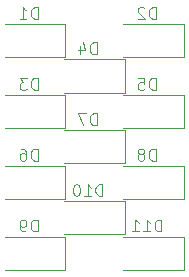
<source format=gbr>
%TF.GenerationSoftware,KiCad,Pcbnew,7.0.1*%
%TF.CreationDate,2024-10-11T19:42:49-04:00*%
%TF.ProjectId,PESTFlex,50455354-466c-4657-982e-6b696361645f,rev?*%
%TF.SameCoordinates,Original*%
%TF.FileFunction,Legend,Bot*%
%TF.FilePolarity,Positive*%
%FSLAX46Y46*%
G04 Gerber Fmt 4.6, Leading zero omitted, Abs format (unit mm)*
G04 Created by KiCad (PCBNEW 7.0.1) date 2024-10-11 19:42:49*
%MOMM*%
%LPD*%
G01*
G04 APERTURE LIST*
%ADD10C,0.100000*%
%ADD11C,0.120000*%
G04 APERTURE END LIST*
D10*
%TO.C,D3*%
X35738094Y-27162619D02*
X35738094Y-26162619D01*
X35738094Y-26162619D02*
X35499999Y-26162619D01*
X35499999Y-26162619D02*
X35357142Y-26210238D01*
X35357142Y-26210238D02*
X35261904Y-26305476D01*
X35261904Y-26305476D02*
X35214285Y-26400714D01*
X35214285Y-26400714D02*
X35166666Y-26591190D01*
X35166666Y-26591190D02*
X35166666Y-26734047D01*
X35166666Y-26734047D02*
X35214285Y-26924523D01*
X35214285Y-26924523D02*
X35261904Y-27019761D01*
X35261904Y-27019761D02*
X35357142Y-27115000D01*
X35357142Y-27115000D02*
X35499999Y-27162619D01*
X35499999Y-27162619D02*
X35738094Y-27162619D01*
X34833332Y-26162619D02*
X34214285Y-26162619D01*
X34214285Y-26162619D02*
X34547618Y-26543571D01*
X34547618Y-26543571D02*
X34404761Y-26543571D01*
X34404761Y-26543571D02*
X34309523Y-26591190D01*
X34309523Y-26591190D02*
X34261904Y-26638809D01*
X34261904Y-26638809D02*
X34214285Y-26734047D01*
X34214285Y-26734047D02*
X34214285Y-26972142D01*
X34214285Y-26972142D02*
X34261904Y-27067380D01*
X34261904Y-27067380D02*
X34309523Y-27115000D01*
X34309523Y-27115000D02*
X34404761Y-27162619D01*
X34404761Y-27162619D02*
X34690475Y-27162619D01*
X34690475Y-27162619D02*
X34785713Y-27115000D01*
X34785713Y-27115000D02*
X34833332Y-27067380D01*
%TO.C,D4*%
X40738094Y-24162619D02*
X40738094Y-23162619D01*
X40738094Y-23162619D02*
X40499999Y-23162619D01*
X40499999Y-23162619D02*
X40357142Y-23210238D01*
X40357142Y-23210238D02*
X40261904Y-23305476D01*
X40261904Y-23305476D02*
X40214285Y-23400714D01*
X40214285Y-23400714D02*
X40166666Y-23591190D01*
X40166666Y-23591190D02*
X40166666Y-23734047D01*
X40166666Y-23734047D02*
X40214285Y-23924523D01*
X40214285Y-23924523D02*
X40261904Y-24019761D01*
X40261904Y-24019761D02*
X40357142Y-24115000D01*
X40357142Y-24115000D02*
X40499999Y-24162619D01*
X40499999Y-24162619D02*
X40738094Y-24162619D01*
X39309523Y-23495952D02*
X39309523Y-24162619D01*
X39547618Y-23115000D02*
X39785713Y-23829285D01*
X39785713Y-23829285D02*
X39166666Y-23829285D01*
%TO.C,D6*%
X35738094Y-33162619D02*
X35738094Y-32162619D01*
X35738094Y-32162619D02*
X35499999Y-32162619D01*
X35499999Y-32162619D02*
X35357142Y-32210238D01*
X35357142Y-32210238D02*
X35261904Y-32305476D01*
X35261904Y-32305476D02*
X35214285Y-32400714D01*
X35214285Y-32400714D02*
X35166666Y-32591190D01*
X35166666Y-32591190D02*
X35166666Y-32734047D01*
X35166666Y-32734047D02*
X35214285Y-32924523D01*
X35214285Y-32924523D02*
X35261904Y-33019761D01*
X35261904Y-33019761D02*
X35357142Y-33115000D01*
X35357142Y-33115000D02*
X35499999Y-33162619D01*
X35499999Y-33162619D02*
X35738094Y-33162619D01*
X34309523Y-32162619D02*
X34499999Y-32162619D01*
X34499999Y-32162619D02*
X34595237Y-32210238D01*
X34595237Y-32210238D02*
X34642856Y-32257857D01*
X34642856Y-32257857D02*
X34738094Y-32400714D01*
X34738094Y-32400714D02*
X34785713Y-32591190D01*
X34785713Y-32591190D02*
X34785713Y-32972142D01*
X34785713Y-32972142D02*
X34738094Y-33067380D01*
X34738094Y-33067380D02*
X34690475Y-33115000D01*
X34690475Y-33115000D02*
X34595237Y-33162619D01*
X34595237Y-33162619D02*
X34404761Y-33162619D01*
X34404761Y-33162619D02*
X34309523Y-33115000D01*
X34309523Y-33115000D02*
X34261904Y-33067380D01*
X34261904Y-33067380D02*
X34214285Y-32972142D01*
X34214285Y-32972142D02*
X34214285Y-32734047D01*
X34214285Y-32734047D02*
X34261904Y-32638809D01*
X34261904Y-32638809D02*
X34309523Y-32591190D01*
X34309523Y-32591190D02*
X34404761Y-32543571D01*
X34404761Y-32543571D02*
X34595237Y-32543571D01*
X34595237Y-32543571D02*
X34690475Y-32591190D01*
X34690475Y-32591190D02*
X34738094Y-32638809D01*
X34738094Y-32638809D02*
X34785713Y-32734047D01*
%TO.C,D5*%
X45738094Y-27162619D02*
X45738094Y-26162619D01*
X45738094Y-26162619D02*
X45499999Y-26162619D01*
X45499999Y-26162619D02*
X45357142Y-26210238D01*
X45357142Y-26210238D02*
X45261904Y-26305476D01*
X45261904Y-26305476D02*
X45214285Y-26400714D01*
X45214285Y-26400714D02*
X45166666Y-26591190D01*
X45166666Y-26591190D02*
X45166666Y-26734047D01*
X45166666Y-26734047D02*
X45214285Y-26924523D01*
X45214285Y-26924523D02*
X45261904Y-27019761D01*
X45261904Y-27019761D02*
X45357142Y-27115000D01*
X45357142Y-27115000D02*
X45499999Y-27162619D01*
X45499999Y-27162619D02*
X45738094Y-27162619D01*
X44261904Y-26162619D02*
X44738094Y-26162619D01*
X44738094Y-26162619D02*
X44785713Y-26638809D01*
X44785713Y-26638809D02*
X44738094Y-26591190D01*
X44738094Y-26591190D02*
X44642856Y-26543571D01*
X44642856Y-26543571D02*
X44404761Y-26543571D01*
X44404761Y-26543571D02*
X44309523Y-26591190D01*
X44309523Y-26591190D02*
X44261904Y-26638809D01*
X44261904Y-26638809D02*
X44214285Y-26734047D01*
X44214285Y-26734047D02*
X44214285Y-26972142D01*
X44214285Y-26972142D02*
X44261904Y-27067380D01*
X44261904Y-27067380D02*
X44309523Y-27115000D01*
X44309523Y-27115000D02*
X44404761Y-27162619D01*
X44404761Y-27162619D02*
X44642856Y-27162619D01*
X44642856Y-27162619D02*
X44738094Y-27115000D01*
X44738094Y-27115000D02*
X44785713Y-27067380D01*
%TO.C,D7*%
X40738094Y-30162619D02*
X40738094Y-29162619D01*
X40738094Y-29162619D02*
X40499999Y-29162619D01*
X40499999Y-29162619D02*
X40357142Y-29210238D01*
X40357142Y-29210238D02*
X40261904Y-29305476D01*
X40261904Y-29305476D02*
X40214285Y-29400714D01*
X40214285Y-29400714D02*
X40166666Y-29591190D01*
X40166666Y-29591190D02*
X40166666Y-29734047D01*
X40166666Y-29734047D02*
X40214285Y-29924523D01*
X40214285Y-29924523D02*
X40261904Y-30019761D01*
X40261904Y-30019761D02*
X40357142Y-30115000D01*
X40357142Y-30115000D02*
X40499999Y-30162619D01*
X40499999Y-30162619D02*
X40738094Y-30162619D01*
X39833332Y-29162619D02*
X39166666Y-29162619D01*
X39166666Y-29162619D02*
X39595237Y-30162619D01*
%TO.C,D11*%
X46214285Y-39162619D02*
X46214285Y-38162619D01*
X46214285Y-38162619D02*
X45976190Y-38162619D01*
X45976190Y-38162619D02*
X45833333Y-38210238D01*
X45833333Y-38210238D02*
X45738095Y-38305476D01*
X45738095Y-38305476D02*
X45690476Y-38400714D01*
X45690476Y-38400714D02*
X45642857Y-38591190D01*
X45642857Y-38591190D02*
X45642857Y-38734047D01*
X45642857Y-38734047D02*
X45690476Y-38924523D01*
X45690476Y-38924523D02*
X45738095Y-39019761D01*
X45738095Y-39019761D02*
X45833333Y-39115000D01*
X45833333Y-39115000D02*
X45976190Y-39162619D01*
X45976190Y-39162619D02*
X46214285Y-39162619D01*
X44690476Y-39162619D02*
X45261904Y-39162619D01*
X44976190Y-39162619D02*
X44976190Y-38162619D01*
X44976190Y-38162619D02*
X45071428Y-38305476D01*
X45071428Y-38305476D02*
X45166666Y-38400714D01*
X45166666Y-38400714D02*
X45261904Y-38448333D01*
X43738095Y-39162619D02*
X44309523Y-39162619D01*
X44023809Y-39162619D02*
X44023809Y-38162619D01*
X44023809Y-38162619D02*
X44119047Y-38305476D01*
X44119047Y-38305476D02*
X44214285Y-38400714D01*
X44214285Y-38400714D02*
X44309523Y-38448333D01*
%TO.C,D8*%
X45738094Y-33162619D02*
X45738094Y-32162619D01*
X45738094Y-32162619D02*
X45499999Y-32162619D01*
X45499999Y-32162619D02*
X45357142Y-32210238D01*
X45357142Y-32210238D02*
X45261904Y-32305476D01*
X45261904Y-32305476D02*
X45214285Y-32400714D01*
X45214285Y-32400714D02*
X45166666Y-32591190D01*
X45166666Y-32591190D02*
X45166666Y-32734047D01*
X45166666Y-32734047D02*
X45214285Y-32924523D01*
X45214285Y-32924523D02*
X45261904Y-33019761D01*
X45261904Y-33019761D02*
X45357142Y-33115000D01*
X45357142Y-33115000D02*
X45499999Y-33162619D01*
X45499999Y-33162619D02*
X45738094Y-33162619D01*
X44595237Y-32591190D02*
X44690475Y-32543571D01*
X44690475Y-32543571D02*
X44738094Y-32495952D01*
X44738094Y-32495952D02*
X44785713Y-32400714D01*
X44785713Y-32400714D02*
X44785713Y-32353095D01*
X44785713Y-32353095D02*
X44738094Y-32257857D01*
X44738094Y-32257857D02*
X44690475Y-32210238D01*
X44690475Y-32210238D02*
X44595237Y-32162619D01*
X44595237Y-32162619D02*
X44404761Y-32162619D01*
X44404761Y-32162619D02*
X44309523Y-32210238D01*
X44309523Y-32210238D02*
X44261904Y-32257857D01*
X44261904Y-32257857D02*
X44214285Y-32353095D01*
X44214285Y-32353095D02*
X44214285Y-32400714D01*
X44214285Y-32400714D02*
X44261904Y-32495952D01*
X44261904Y-32495952D02*
X44309523Y-32543571D01*
X44309523Y-32543571D02*
X44404761Y-32591190D01*
X44404761Y-32591190D02*
X44595237Y-32591190D01*
X44595237Y-32591190D02*
X44690475Y-32638809D01*
X44690475Y-32638809D02*
X44738094Y-32686428D01*
X44738094Y-32686428D02*
X44785713Y-32781666D01*
X44785713Y-32781666D02*
X44785713Y-32972142D01*
X44785713Y-32972142D02*
X44738094Y-33067380D01*
X44738094Y-33067380D02*
X44690475Y-33115000D01*
X44690475Y-33115000D02*
X44595237Y-33162619D01*
X44595237Y-33162619D02*
X44404761Y-33162619D01*
X44404761Y-33162619D02*
X44309523Y-33115000D01*
X44309523Y-33115000D02*
X44261904Y-33067380D01*
X44261904Y-33067380D02*
X44214285Y-32972142D01*
X44214285Y-32972142D02*
X44214285Y-32781666D01*
X44214285Y-32781666D02*
X44261904Y-32686428D01*
X44261904Y-32686428D02*
X44309523Y-32638809D01*
X44309523Y-32638809D02*
X44404761Y-32591190D01*
%TO.C,D10*%
X41214285Y-36162619D02*
X41214285Y-35162619D01*
X41214285Y-35162619D02*
X40976190Y-35162619D01*
X40976190Y-35162619D02*
X40833333Y-35210238D01*
X40833333Y-35210238D02*
X40738095Y-35305476D01*
X40738095Y-35305476D02*
X40690476Y-35400714D01*
X40690476Y-35400714D02*
X40642857Y-35591190D01*
X40642857Y-35591190D02*
X40642857Y-35734047D01*
X40642857Y-35734047D02*
X40690476Y-35924523D01*
X40690476Y-35924523D02*
X40738095Y-36019761D01*
X40738095Y-36019761D02*
X40833333Y-36115000D01*
X40833333Y-36115000D02*
X40976190Y-36162619D01*
X40976190Y-36162619D02*
X41214285Y-36162619D01*
X39690476Y-36162619D02*
X40261904Y-36162619D01*
X39976190Y-36162619D02*
X39976190Y-35162619D01*
X39976190Y-35162619D02*
X40071428Y-35305476D01*
X40071428Y-35305476D02*
X40166666Y-35400714D01*
X40166666Y-35400714D02*
X40261904Y-35448333D01*
X39071428Y-35162619D02*
X38976190Y-35162619D01*
X38976190Y-35162619D02*
X38880952Y-35210238D01*
X38880952Y-35210238D02*
X38833333Y-35257857D01*
X38833333Y-35257857D02*
X38785714Y-35353095D01*
X38785714Y-35353095D02*
X38738095Y-35543571D01*
X38738095Y-35543571D02*
X38738095Y-35781666D01*
X38738095Y-35781666D02*
X38785714Y-35972142D01*
X38785714Y-35972142D02*
X38833333Y-36067380D01*
X38833333Y-36067380D02*
X38880952Y-36115000D01*
X38880952Y-36115000D02*
X38976190Y-36162619D01*
X38976190Y-36162619D02*
X39071428Y-36162619D01*
X39071428Y-36162619D02*
X39166666Y-36115000D01*
X39166666Y-36115000D02*
X39214285Y-36067380D01*
X39214285Y-36067380D02*
X39261904Y-35972142D01*
X39261904Y-35972142D02*
X39309523Y-35781666D01*
X39309523Y-35781666D02*
X39309523Y-35543571D01*
X39309523Y-35543571D02*
X39261904Y-35353095D01*
X39261904Y-35353095D02*
X39214285Y-35257857D01*
X39214285Y-35257857D02*
X39166666Y-35210238D01*
X39166666Y-35210238D02*
X39071428Y-35162619D01*
%TO.C,D1*%
X35738094Y-21162619D02*
X35738094Y-20162619D01*
X35738094Y-20162619D02*
X35499999Y-20162619D01*
X35499999Y-20162619D02*
X35357142Y-20210238D01*
X35357142Y-20210238D02*
X35261904Y-20305476D01*
X35261904Y-20305476D02*
X35214285Y-20400714D01*
X35214285Y-20400714D02*
X35166666Y-20591190D01*
X35166666Y-20591190D02*
X35166666Y-20734047D01*
X35166666Y-20734047D02*
X35214285Y-20924523D01*
X35214285Y-20924523D02*
X35261904Y-21019761D01*
X35261904Y-21019761D02*
X35357142Y-21115000D01*
X35357142Y-21115000D02*
X35499999Y-21162619D01*
X35499999Y-21162619D02*
X35738094Y-21162619D01*
X34214285Y-21162619D02*
X34785713Y-21162619D01*
X34499999Y-21162619D02*
X34499999Y-20162619D01*
X34499999Y-20162619D02*
X34595237Y-20305476D01*
X34595237Y-20305476D02*
X34690475Y-20400714D01*
X34690475Y-20400714D02*
X34785713Y-20448333D01*
%TO.C,D9*%
X35738094Y-39162619D02*
X35738094Y-38162619D01*
X35738094Y-38162619D02*
X35499999Y-38162619D01*
X35499999Y-38162619D02*
X35357142Y-38210238D01*
X35357142Y-38210238D02*
X35261904Y-38305476D01*
X35261904Y-38305476D02*
X35214285Y-38400714D01*
X35214285Y-38400714D02*
X35166666Y-38591190D01*
X35166666Y-38591190D02*
X35166666Y-38734047D01*
X35166666Y-38734047D02*
X35214285Y-38924523D01*
X35214285Y-38924523D02*
X35261904Y-39019761D01*
X35261904Y-39019761D02*
X35357142Y-39115000D01*
X35357142Y-39115000D02*
X35499999Y-39162619D01*
X35499999Y-39162619D02*
X35738094Y-39162619D01*
X34690475Y-39162619D02*
X34499999Y-39162619D01*
X34499999Y-39162619D02*
X34404761Y-39115000D01*
X34404761Y-39115000D02*
X34357142Y-39067380D01*
X34357142Y-39067380D02*
X34261904Y-38924523D01*
X34261904Y-38924523D02*
X34214285Y-38734047D01*
X34214285Y-38734047D02*
X34214285Y-38353095D01*
X34214285Y-38353095D02*
X34261904Y-38257857D01*
X34261904Y-38257857D02*
X34309523Y-38210238D01*
X34309523Y-38210238D02*
X34404761Y-38162619D01*
X34404761Y-38162619D02*
X34595237Y-38162619D01*
X34595237Y-38162619D02*
X34690475Y-38210238D01*
X34690475Y-38210238D02*
X34738094Y-38257857D01*
X34738094Y-38257857D02*
X34785713Y-38353095D01*
X34785713Y-38353095D02*
X34785713Y-38591190D01*
X34785713Y-38591190D02*
X34738094Y-38686428D01*
X34738094Y-38686428D02*
X34690475Y-38734047D01*
X34690475Y-38734047D02*
X34595237Y-38781666D01*
X34595237Y-38781666D02*
X34404761Y-38781666D01*
X34404761Y-38781666D02*
X34309523Y-38734047D01*
X34309523Y-38734047D02*
X34261904Y-38686428D01*
X34261904Y-38686428D02*
X34214285Y-38591190D01*
%TO.C,D2*%
X45738094Y-21162619D02*
X45738094Y-20162619D01*
X45738094Y-20162619D02*
X45499999Y-20162619D01*
X45499999Y-20162619D02*
X45357142Y-20210238D01*
X45357142Y-20210238D02*
X45261904Y-20305476D01*
X45261904Y-20305476D02*
X45214285Y-20400714D01*
X45214285Y-20400714D02*
X45166666Y-20591190D01*
X45166666Y-20591190D02*
X45166666Y-20734047D01*
X45166666Y-20734047D02*
X45214285Y-20924523D01*
X45214285Y-20924523D02*
X45261904Y-21019761D01*
X45261904Y-21019761D02*
X45357142Y-21115000D01*
X45357142Y-21115000D02*
X45499999Y-21162619D01*
X45499999Y-21162619D02*
X45738094Y-21162619D01*
X44785713Y-20257857D02*
X44738094Y-20210238D01*
X44738094Y-20210238D02*
X44642856Y-20162619D01*
X44642856Y-20162619D02*
X44404761Y-20162619D01*
X44404761Y-20162619D02*
X44309523Y-20210238D01*
X44309523Y-20210238D02*
X44261904Y-20257857D01*
X44261904Y-20257857D02*
X44214285Y-20353095D01*
X44214285Y-20353095D02*
X44214285Y-20448333D01*
X44214285Y-20448333D02*
X44261904Y-20591190D01*
X44261904Y-20591190D02*
X44833332Y-21162619D01*
X44833332Y-21162619D02*
X44214285Y-21162619D01*
D11*
%TO.C,D3*%
X38100000Y-27600000D02*
X38100000Y-30400000D01*
X38100000Y-27600000D02*
X33000000Y-27600000D01*
X38100000Y-30400000D02*
X33000000Y-30400000D01*
%TO.C,D4*%
X43100000Y-24600000D02*
X43100000Y-27400000D01*
X43100000Y-24600000D02*
X38000000Y-24600000D01*
X43100000Y-27400000D02*
X38000000Y-27400000D01*
%TO.C,D6*%
X38100000Y-33600000D02*
X38100000Y-36400000D01*
X38100000Y-33600000D02*
X33000000Y-33600000D01*
X38100000Y-36400000D02*
X33000000Y-36400000D01*
%TO.C,D5*%
X48100000Y-27600000D02*
X48100000Y-30400000D01*
X48100000Y-27600000D02*
X43000000Y-27600000D01*
X48100000Y-30400000D02*
X43000000Y-30400000D01*
%TO.C,D7*%
X43100000Y-30600000D02*
X43100000Y-33400000D01*
X43100000Y-30600000D02*
X38000000Y-30600000D01*
X43100000Y-33400000D02*
X38000000Y-33400000D01*
%TO.C,D11*%
X48100000Y-39600000D02*
X48100000Y-42400000D01*
X48100000Y-39600000D02*
X43000000Y-39600000D01*
X48100000Y-42400000D02*
X43000000Y-42400000D01*
%TO.C,D8*%
X48100000Y-33600000D02*
X48100000Y-36400000D01*
X48100000Y-33600000D02*
X43000000Y-33600000D01*
X48100000Y-36400000D02*
X43000000Y-36400000D01*
%TO.C,D10*%
X43100000Y-36600000D02*
X43100000Y-39400000D01*
X43100000Y-36600000D02*
X38000000Y-36600000D01*
X43100000Y-39400000D02*
X38000000Y-39400000D01*
%TO.C,D1*%
X38100000Y-21600000D02*
X38100000Y-24400000D01*
X38100000Y-21600000D02*
X33000000Y-21600000D01*
X38100000Y-24400000D02*
X33000000Y-24400000D01*
%TO.C,D9*%
X38100000Y-39600000D02*
X38100000Y-42400000D01*
X38100000Y-39600000D02*
X33000000Y-39600000D01*
X38100000Y-42400000D02*
X33000000Y-42400000D01*
%TO.C,D2*%
X48100000Y-21600000D02*
X48100000Y-24400000D01*
X48100000Y-21600000D02*
X43000000Y-21600000D01*
X48100000Y-24400000D02*
X43000000Y-24400000D01*
%TD*%
M02*

</source>
